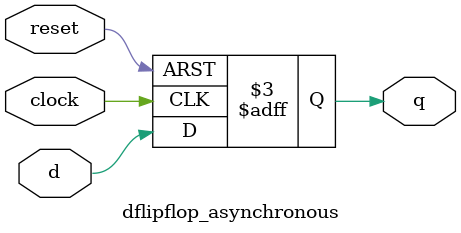
<source format=v>

module dflipflop_asynchronous(q,d,clock,reset);
input d,clock,reset;
output q;
reg q;
always@(posedge clock or negedge reset)
if(~reset)q=1'b0;
else q=d;
endmodule

</source>
